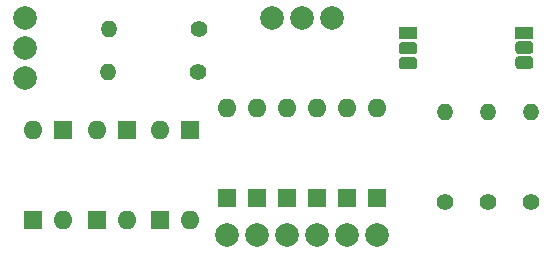
<source format=gbr>
G04 #@! TF.GenerationSoftware,KiCad,Pcbnew,(5.0.0)*
G04 #@! TF.CreationDate,2019-03-30T17:03:38+00:00*
G04 #@! TF.ProjectId,LS06,4C5330362E6B696361645F7063620000,rev?*
G04 #@! TF.SameCoordinates,Original*
G04 #@! TF.FileFunction,Soldermask,Top*
G04 #@! TF.FilePolarity,Negative*
%FSLAX46Y46*%
G04 Gerber Fmt 4.6, Leading zero omitted, Abs format (unit mm)*
G04 Created by KiCad (PCBNEW (5.0.0)) date 03/30/19 17:03:38*
%MOMM*%
%LPD*%
G01*
G04 APERTURE LIST*
%ADD10C,2.000000*%
%ADD11R,1.600000X1.600000*%
%ADD12O,1.600000X1.600000*%
%ADD13C,1.400000*%
%ADD14O,1.400000X1.400000*%
%ADD15R,1.500000X1.050000*%
%ADD16C,0.100000*%
%ADD17C,1.050000*%
G04 APERTURE END LIST*
D10*
G04 #@! TO.C,J1*
X145998000Y-61225500D03*
X143458000Y-61225500D03*
X140918000Y-61225500D03*
X149808000Y-79640500D03*
X147268000Y-79640500D03*
X144728000Y-79640500D03*
X142188000Y-79640500D03*
X139648000Y-79640500D03*
X137108000Y-79640500D03*
X119963000Y-66305500D03*
X119963000Y-63765500D03*
X119963000Y-61225500D03*
G04 #@! TD*
D11*
G04 #@! TO.C,D1*
X137096000Y-76454000D03*
D12*
X137096000Y-68834000D03*
G04 #@! TD*
D11*
G04 #@! TO.C,D2*
X139636000Y-76454000D03*
D12*
X139636000Y-68834000D03*
G04 #@! TD*
D11*
G04 #@! TO.C,D3*
X142176000Y-76454000D03*
D12*
X142176000Y-68834000D03*
G04 #@! TD*
D11*
G04 #@! TO.C,D4*
X144716000Y-76454000D03*
D12*
X144716000Y-68834000D03*
G04 #@! TD*
D11*
G04 #@! TO.C,D5*
X147256000Y-76454000D03*
D12*
X147256000Y-68834000D03*
G04 #@! TD*
D11*
G04 #@! TO.C,D6*
X149796000Y-76454000D03*
D12*
X149796000Y-68834000D03*
G04 #@! TD*
D11*
G04 #@! TO.C,D7*
X120650000Y-78359000D03*
D12*
X120650000Y-70739000D03*
G04 #@! TD*
D11*
G04 #@! TO.C,D8*
X123190000Y-70739000D03*
D12*
X123190000Y-78359000D03*
G04 #@! TD*
D11*
G04 #@! TO.C,D9*
X126048000Y-78359000D03*
D12*
X126048000Y-70739000D03*
G04 #@! TD*
D11*
G04 #@! TO.C,D10*
X128588000Y-70739000D03*
D12*
X128588000Y-78359000D03*
G04 #@! TD*
D11*
G04 #@! TO.C,D11*
X131382000Y-78359000D03*
D12*
X131382000Y-70739000D03*
G04 #@! TD*
D11*
G04 #@! TO.C,D12*
X133922000Y-70739000D03*
D12*
X133922000Y-78359000D03*
G04 #@! TD*
D13*
G04 #@! TO.C,R1*
X155512000Y-76835000D03*
D14*
X155512000Y-69215000D03*
G04 #@! TD*
D13*
G04 #@! TO.C,R2*
X159194000Y-76835000D03*
D14*
X159194000Y-69215000D03*
G04 #@! TD*
D13*
G04 #@! TO.C,R3*
X162814000Y-76835000D03*
D14*
X162814000Y-69215000D03*
G04 #@! TD*
D13*
G04 #@! TO.C,R4*
X134684000Y-62166500D03*
D14*
X127064000Y-62166500D03*
G04 #@! TD*
D13*
G04 #@! TO.C,R5*
X134620000Y-65786000D03*
D14*
X127000000Y-65786000D03*
G04 #@! TD*
D15*
G04 #@! TO.C,VT1*
X152400000Y-62547500D03*
D16*
G36*
X152913229Y-64563764D02*
X152938711Y-64567544D01*
X152963700Y-64573803D01*
X152987954Y-64582482D01*
X153011242Y-64593496D01*
X153033337Y-64606739D01*
X153054028Y-64622085D01*
X153073116Y-64639384D01*
X153090415Y-64658472D01*
X153105761Y-64679163D01*
X153119004Y-64701258D01*
X153130018Y-64724546D01*
X153138697Y-64748800D01*
X153144956Y-64773789D01*
X153148736Y-64799271D01*
X153150000Y-64825000D01*
X153150000Y-65350000D01*
X153148736Y-65375729D01*
X153144956Y-65401211D01*
X153138697Y-65426200D01*
X153130018Y-65450454D01*
X153119004Y-65473742D01*
X153105761Y-65495837D01*
X153090415Y-65516528D01*
X153073116Y-65535616D01*
X153054028Y-65552915D01*
X153033337Y-65568261D01*
X153011242Y-65581504D01*
X152987954Y-65592518D01*
X152963700Y-65601197D01*
X152938711Y-65607456D01*
X152913229Y-65611236D01*
X152887500Y-65612500D01*
X151912500Y-65612500D01*
X151886771Y-65611236D01*
X151861289Y-65607456D01*
X151836300Y-65601197D01*
X151812046Y-65592518D01*
X151788758Y-65581504D01*
X151766663Y-65568261D01*
X151745972Y-65552915D01*
X151726884Y-65535616D01*
X151709585Y-65516528D01*
X151694239Y-65495837D01*
X151680996Y-65473742D01*
X151669982Y-65450454D01*
X151661303Y-65426200D01*
X151655044Y-65401211D01*
X151651264Y-65375729D01*
X151650000Y-65350000D01*
X151650000Y-64825000D01*
X151651264Y-64799271D01*
X151655044Y-64773789D01*
X151661303Y-64748800D01*
X151669982Y-64724546D01*
X151680996Y-64701258D01*
X151694239Y-64679163D01*
X151709585Y-64658472D01*
X151726884Y-64639384D01*
X151745972Y-64622085D01*
X151766663Y-64606739D01*
X151788758Y-64593496D01*
X151812046Y-64582482D01*
X151836300Y-64573803D01*
X151861289Y-64567544D01*
X151886771Y-64563764D01*
X151912500Y-64562500D01*
X152887500Y-64562500D01*
X152913229Y-64563764D01*
X152913229Y-64563764D01*
G37*
D17*
X152400000Y-65087500D03*
D16*
G36*
X152913229Y-63293764D02*
X152938711Y-63297544D01*
X152963700Y-63303803D01*
X152987954Y-63312482D01*
X153011242Y-63323496D01*
X153033337Y-63336739D01*
X153054028Y-63352085D01*
X153073116Y-63369384D01*
X153090415Y-63388472D01*
X153105761Y-63409163D01*
X153119004Y-63431258D01*
X153130018Y-63454546D01*
X153138697Y-63478800D01*
X153144956Y-63503789D01*
X153148736Y-63529271D01*
X153150000Y-63555000D01*
X153150000Y-64080000D01*
X153148736Y-64105729D01*
X153144956Y-64131211D01*
X153138697Y-64156200D01*
X153130018Y-64180454D01*
X153119004Y-64203742D01*
X153105761Y-64225837D01*
X153090415Y-64246528D01*
X153073116Y-64265616D01*
X153054028Y-64282915D01*
X153033337Y-64298261D01*
X153011242Y-64311504D01*
X152987954Y-64322518D01*
X152963700Y-64331197D01*
X152938711Y-64337456D01*
X152913229Y-64341236D01*
X152887500Y-64342500D01*
X151912500Y-64342500D01*
X151886771Y-64341236D01*
X151861289Y-64337456D01*
X151836300Y-64331197D01*
X151812046Y-64322518D01*
X151788758Y-64311504D01*
X151766663Y-64298261D01*
X151745972Y-64282915D01*
X151726884Y-64265616D01*
X151709585Y-64246528D01*
X151694239Y-64225837D01*
X151680996Y-64203742D01*
X151669982Y-64180454D01*
X151661303Y-64156200D01*
X151655044Y-64131211D01*
X151651264Y-64105729D01*
X151650000Y-64080000D01*
X151650000Y-63555000D01*
X151651264Y-63529271D01*
X151655044Y-63503789D01*
X151661303Y-63478800D01*
X151669982Y-63454546D01*
X151680996Y-63431258D01*
X151694239Y-63409163D01*
X151709585Y-63388472D01*
X151726884Y-63369384D01*
X151745972Y-63352085D01*
X151766663Y-63336739D01*
X151788758Y-63323496D01*
X151812046Y-63312482D01*
X151836300Y-63303803D01*
X151861289Y-63297544D01*
X151886771Y-63293764D01*
X151912500Y-63292500D01*
X152887500Y-63292500D01*
X152913229Y-63293764D01*
X152913229Y-63293764D01*
G37*
D17*
X152400000Y-63817500D03*
G04 #@! TD*
D15*
G04 #@! TO.C,VT2*
X162242000Y-62484000D03*
D16*
G36*
X162755229Y-64500264D02*
X162780711Y-64504044D01*
X162805700Y-64510303D01*
X162829954Y-64518982D01*
X162853242Y-64529996D01*
X162875337Y-64543239D01*
X162896028Y-64558585D01*
X162915116Y-64575884D01*
X162932415Y-64594972D01*
X162947761Y-64615663D01*
X162961004Y-64637758D01*
X162972018Y-64661046D01*
X162980697Y-64685300D01*
X162986956Y-64710289D01*
X162990736Y-64735771D01*
X162992000Y-64761500D01*
X162992000Y-65286500D01*
X162990736Y-65312229D01*
X162986956Y-65337711D01*
X162980697Y-65362700D01*
X162972018Y-65386954D01*
X162961004Y-65410242D01*
X162947761Y-65432337D01*
X162932415Y-65453028D01*
X162915116Y-65472116D01*
X162896028Y-65489415D01*
X162875337Y-65504761D01*
X162853242Y-65518004D01*
X162829954Y-65529018D01*
X162805700Y-65537697D01*
X162780711Y-65543956D01*
X162755229Y-65547736D01*
X162729500Y-65549000D01*
X161754500Y-65549000D01*
X161728771Y-65547736D01*
X161703289Y-65543956D01*
X161678300Y-65537697D01*
X161654046Y-65529018D01*
X161630758Y-65518004D01*
X161608663Y-65504761D01*
X161587972Y-65489415D01*
X161568884Y-65472116D01*
X161551585Y-65453028D01*
X161536239Y-65432337D01*
X161522996Y-65410242D01*
X161511982Y-65386954D01*
X161503303Y-65362700D01*
X161497044Y-65337711D01*
X161493264Y-65312229D01*
X161492000Y-65286500D01*
X161492000Y-64761500D01*
X161493264Y-64735771D01*
X161497044Y-64710289D01*
X161503303Y-64685300D01*
X161511982Y-64661046D01*
X161522996Y-64637758D01*
X161536239Y-64615663D01*
X161551585Y-64594972D01*
X161568884Y-64575884D01*
X161587972Y-64558585D01*
X161608663Y-64543239D01*
X161630758Y-64529996D01*
X161654046Y-64518982D01*
X161678300Y-64510303D01*
X161703289Y-64504044D01*
X161728771Y-64500264D01*
X161754500Y-64499000D01*
X162729500Y-64499000D01*
X162755229Y-64500264D01*
X162755229Y-64500264D01*
G37*
D17*
X162242000Y-65024000D03*
D16*
G36*
X162755229Y-63230264D02*
X162780711Y-63234044D01*
X162805700Y-63240303D01*
X162829954Y-63248982D01*
X162853242Y-63259996D01*
X162875337Y-63273239D01*
X162896028Y-63288585D01*
X162915116Y-63305884D01*
X162932415Y-63324972D01*
X162947761Y-63345663D01*
X162961004Y-63367758D01*
X162972018Y-63391046D01*
X162980697Y-63415300D01*
X162986956Y-63440289D01*
X162990736Y-63465771D01*
X162992000Y-63491500D01*
X162992000Y-64016500D01*
X162990736Y-64042229D01*
X162986956Y-64067711D01*
X162980697Y-64092700D01*
X162972018Y-64116954D01*
X162961004Y-64140242D01*
X162947761Y-64162337D01*
X162932415Y-64183028D01*
X162915116Y-64202116D01*
X162896028Y-64219415D01*
X162875337Y-64234761D01*
X162853242Y-64248004D01*
X162829954Y-64259018D01*
X162805700Y-64267697D01*
X162780711Y-64273956D01*
X162755229Y-64277736D01*
X162729500Y-64279000D01*
X161754500Y-64279000D01*
X161728771Y-64277736D01*
X161703289Y-64273956D01*
X161678300Y-64267697D01*
X161654046Y-64259018D01*
X161630758Y-64248004D01*
X161608663Y-64234761D01*
X161587972Y-64219415D01*
X161568884Y-64202116D01*
X161551585Y-64183028D01*
X161536239Y-64162337D01*
X161522996Y-64140242D01*
X161511982Y-64116954D01*
X161503303Y-64092700D01*
X161497044Y-64067711D01*
X161493264Y-64042229D01*
X161492000Y-64016500D01*
X161492000Y-63491500D01*
X161493264Y-63465771D01*
X161497044Y-63440289D01*
X161503303Y-63415300D01*
X161511982Y-63391046D01*
X161522996Y-63367758D01*
X161536239Y-63345663D01*
X161551585Y-63324972D01*
X161568884Y-63305884D01*
X161587972Y-63288585D01*
X161608663Y-63273239D01*
X161630758Y-63259996D01*
X161654046Y-63248982D01*
X161678300Y-63240303D01*
X161703289Y-63234044D01*
X161728771Y-63230264D01*
X161754500Y-63229000D01*
X162729500Y-63229000D01*
X162755229Y-63230264D01*
X162755229Y-63230264D01*
G37*
D17*
X162242000Y-63754000D03*
G04 #@! TD*
M02*

</source>
